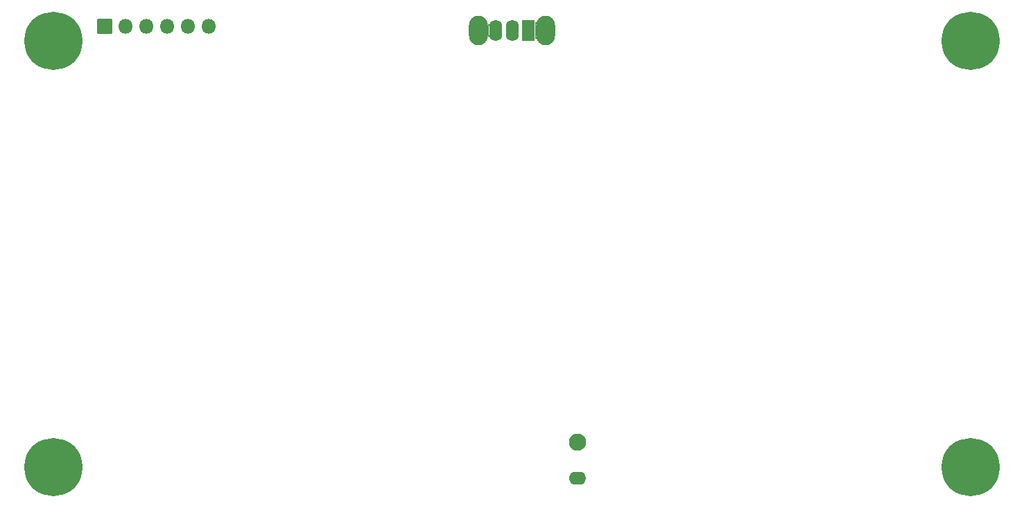
<source format=gbs>
G04 #@! TF.GenerationSoftware,KiCad,Pcbnew,(6.0.0)*
G04 #@! TF.CreationDate,2021-12-31T15:39:09+05:30*
G04 #@! TF.ProjectId,ESP32_BoardV1,45535033-325f-4426-9f61-726456312e6b,rev?*
G04 #@! TF.SameCoordinates,Original*
G04 #@! TF.FileFunction,Soldermask,Bot*
G04 #@! TF.FilePolarity,Negative*
%FSLAX46Y46*%
G04 Gerber Fmt 4.6, Leading zero omitted, Abs format (unit mm)*
G04 Created by KiCad (PCBNEW (6.0.0)) date 2021-12-31 15:39:09*
%MOMM*%
%LPD*%
G01*
G04 APERTURE LIST*
G04 Aperture macros list*
%AMRoundRect*
0 Rectangle with rounded corners*
0 $1 Rounding radius*
0 $2 $3 $4 $5 $6 $7 $8 $9 X,Y pos of 4 corners*
0 Add a 4 corners polygon primitive as box body*
4,1,4,$2,$3,$4,$5,$6,$7,$8,$9,$2,$3,0*
0 Add four circle primitives for the rounded corners*
1,1,$1+$1,$2,$3*
1,1,$1+$1,$4,$5*
1,1,$1+$1,$6,$7*
1,1,$1+$1,$8,$9*
0 Add four rect primitives between the rounded corners*
20,1,$1+$1,$2,$3,$4,$5,0*
20,1,$1+$1,$4,$5,$6,$7,0*
20,1,$1+$1,$6,$7,$8,$9,0*
20,1,$1+$1,$8,$9,$2,$3,0*%
G04 Aperture macros list end*
%ADD10C,0.902000*%
%ADD11C,7.102000*%
%ADD12RoundRect,0.051000X0.850000X-0.850000X0.850000X0.850000X-0.850000X0.850000X-0.850000X-0.850000X0*%
%ADD13O,1.802000X1.802000*%
%ADD14O,2.302000X3.602000*%
%ADD15RoundRect,0.051000X0.750000X1.250000X-0.750000X1.250000X-0.750000X-1.250000X0.750000X-1.250000X0*%
%ADD16O,1.602000X2.602000*%
%ADD17C,2.102000*%
%ADD18O,2.102000X1.602000*%
G04 APERTURE END LIST*
D10*
X89000000Y-96375000D03*
X90856155Y-97143845D03*
X89000000Y-101625000D03*
X91625000Y-99000000D03*
X87143845Y-100856155D03*
D11*
X89000000Y-99000000D03*
D10*
X87143845Y-97143845D03*
X86375000Y-99000000D03*
X90856155Y-100856155D03*
X90856155Y-152856155D03*
X86375000Y-151000000D03*
X87143845Y-149143845D03*
D11*
X89000000Y-151000000D03*
D10*
X87143845Y-152856155D03*
X89000000Y-153625000D03*
X89000000Y-148375000D03*
X91625000Y-151000000D03*
X90856155Y-149143845D03*
X202856155Y-97143845D03*
X201000000Y-96375000D03*
D11*
X201000000Y-99000000D03*
D10*
X199143845Y-97143845D03*
X201000000Y-101625000D03*
X202856155Y-100856155D03*
X199143845Y-100856155D03*
X203625000Y-99000000D03*
X198375000Y-99000000D03*
D12*
X95250000Y-97200000D03*
D13*
X97790000Y-97200000D03*
X100330000Y-97200000D03*
X102870000Y-97200000D03*
X105410000Y-97200000D03*
X107950000Y-97200000D03*
D14*
X140900000Y-97702500D03*
X149100000Y-97702500D03*
D15*
X147000000Y-97702500D03*
D16*
X145000000Y-97702500D03*
X143000000Y-97702500D03*
D10*
X203625000Y-151000000D03*
X198375000Y-151000000D03*
D11*
X201000000Y-151000000D03*
D10*
X202856155Y-149143845D03*
X201000000Y-153625000D03*
X202856155Y-152856155D03*
X199143845Y-152856155D03*
X199143845Y-149143845D03*
X201000000Y-148375000D03*
D17*
X153000000Y-148000000D03*
D18*
X153000000Y-152400000D03*
G36*
X147802919Y-96564885D02*
G01*
X147822595Y-96631897D01*
X147874938Y-96677252D01*
X147943491Y-96687109D01*
X148006538Y-96658316D01*
X148030832Y-96624250D01*
X148032651Y-96623420D01*
X148034280Y-96624581D01*
X148034370Y-96626004D01*
X147976116Y-96813612D01*
X147951393Y-97022498D01*
X147951000Y-97052526D01*
X147951000Y-98352404D01*
X147970249Y-98561888D01*
X148027324Y-98764261D01*
X148037794Y-98785492D01*
X148037663Y-98787488D01*
X148035869Y-98788373D01*
X148034511Y-98787712D01*
X147990719Y-98738844D01*
X147923950Y-98720441D01*
X147857833Y-98741058D01*
X147813303Y-98794213D01*
X147802958Y-98843748D01*
X147801625Y-98845239D01*
X147799667Y-98844830D01*
X147799000Y-98843339D01*
X147799000Y-96565448D01*
X147800000Y-96563716D01*
X147802000Y-96563716D01*
X147802919Y-96564885D01*
G37*
G36*
X142034187Y-96848010D02*
G01*
X142036420Y-96856173D01*
X142072933Y-96915376D01*
X142135388Y-96945311D01*
X142204113Y-96936729D01*
X142257491Y-96892184D01*
X142261675Y-96885461D01*
X142273926Y-96864242D01*
X142275658Y-96863242D01*
X142277390Y-96864242D01*
X142277537Y-96865926D01*
X142223415Y-97014623D01*
X142201077Y-97191447D01*
X142201000Y-97202514D01*
X142201000Y-98202384D01*
X142220868Y-98379515D01*
X142274762Y-98534276D01*
X142274387Y-98536241D01*
X142272498Y-98536899D01*
X142271141Y-98535934D01*
X142261578Y-98519371D01*
X142260716Y-98519868D01*
X142258716Y-98519868D01*
X142258065Y-98519265D01*
X142229979Y-98478195D01*
X142166184Y-98451239D01*
X142097938Y-98463053D01*
X142046826Y-98509969D01*
X142033438Y-98544140D01*
X142031875Y-98545387D01*
X142030013Y-98544658D01*
X142029590Y-98543175D01*
X142048607Y-98382502D01*
X142049000Y-98352474D01*
X142049000Y-97052596D01*
X142030266Y-96848721D01*
X142031104Y-96846905D01*
X142033095Y-96846722D01*
X142034187Y-96848010D01*
G37*
M02*

</source>
